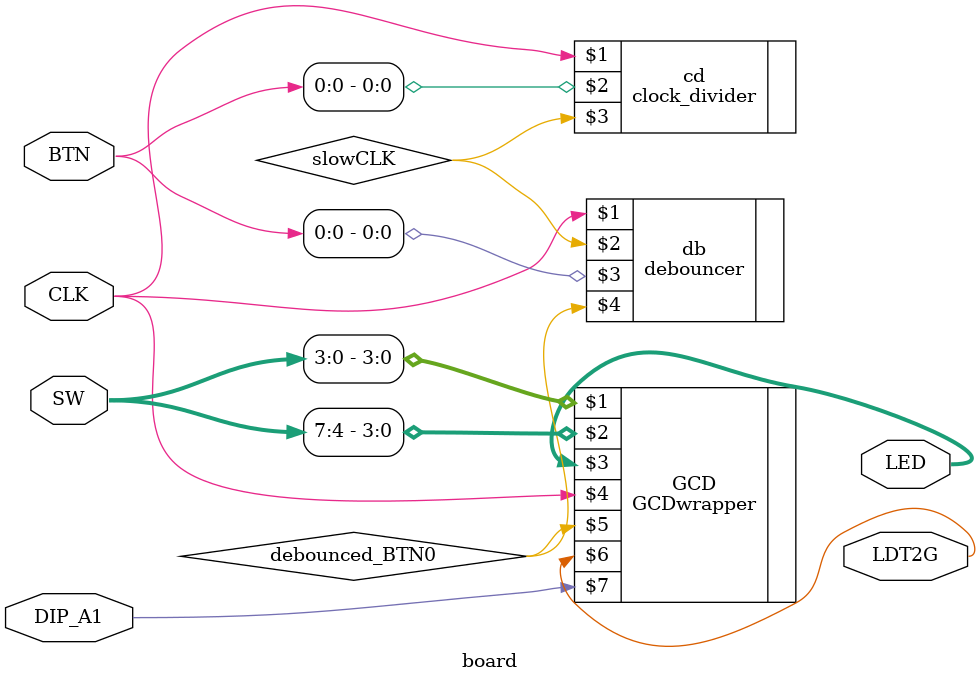
<source format=v>
`timescale 1ns / 1ps
module board(CLK, SW, BTN ,LED, LDT2G, DIP_A1);

input CLK;
input [7:0] SW; //input A, B
input DIP_A1; //start
input [3:0]BTN; //BTN0 - reset
output [3:0] LED; //output Data_d
output LDT2G; // done

wire slowCLK, debounced_BTN0;

	clock_divider cd(CLK, BTN[0], slowCLK);
	debouncer db (CLK, slowCLK, BTN[0], debounced_BTN0);
	
	GCDwrapper GCD(SW[3:0], SW[7:4], LED[3:0], CLK, debounced_BTN0, LDT2G, DIP_A1);
	
endmodule

</source>
